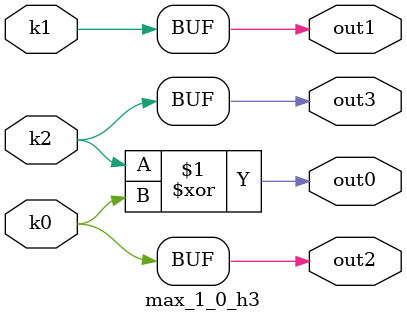
<source format=v>
module max_1_0(pi0, pi1, pi2, pi3, pi4, pi5, pi6, pi7, pi8, po0, po1, po2, po3);
input pi0, pi1, pi2, pi3, pi4, pi5, pi6, pi7, pi8;
output po0, po1, po2, po3;
wire k0, k1, k2;
max_1_0_w3 DUT1 (pi0, pi1, pi2, pi3, pi4, pi5, pi6, pi7, pi8, k0, k1, k2);
max_1_0_h3 DUT2 (k0, k1, k2, po0, po1, po2, po3);
endmodule

module max_1_0_w3(in8, in7, in6, in5, in4, in3, in2, in1, in0, k2, k1, k0);
input in8, in7, in6, in5, in4, in3, in2, in1, in0;
output k2, k1, k0;
assign k0 =   ~in5 & (((~in6 | in0) & ((~in1 & (~in7 | in2) & (in8 | ~in3)) | (~in7 & in2))) | (~in6 & in0));
assign k1 =   in4 ? in7 : in2;
assign k2 =   in4;
endmodule

module max_1_0_h3(k2, k1, k0, out3, out2, out1, out0);
input k2, k1, k0;
output out3, out2, out1, out0;
assign out0 = k2 ^ k0;
assign out1 = k1;
assign out2 = k0;
assign out3 = k2;
endmodule

</source>
